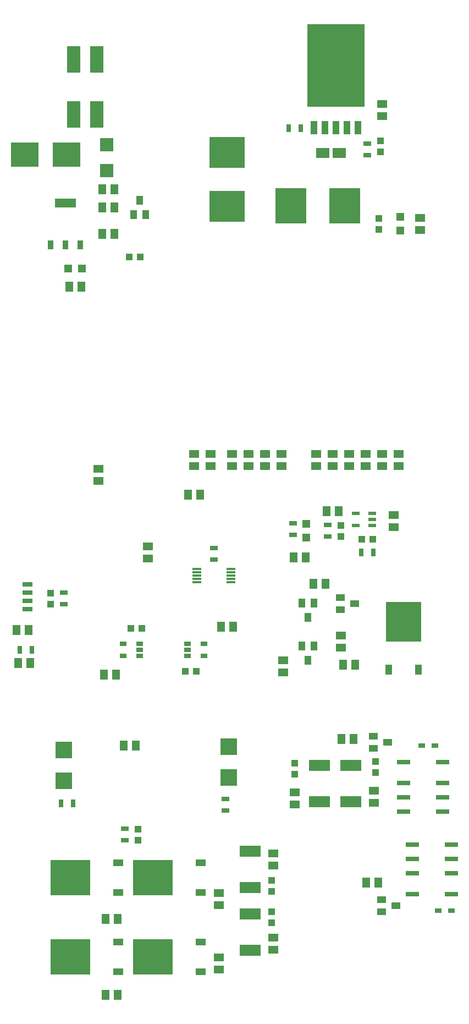
<source format=gbr>
G04 EAGLE Gerber RS-274X export*
G75*
%MOMM*%
%FSLAX34Y34*%
%LPD*%
%INSolderpaste Top*%
%IPPOS*%
%AMOC8*
5,1,8,0,0,1.08239X$1,22.5*%
G01*
%ADD10R,8.890000X12.700000*%
%ADD11R,1.066800X2.159000*%
%ADD12R,4.761800X5.511800*%
%ADD13R,2.015300X1.571800*%
%ADD14R,1.500000X1.300000*%
%ADD15R,1.200000X0.800000*%
%ADD16R,0.800000X1.200000*%
%ADD17R,1.000000X1.100000*%
%ADD18R,1.100000X1.000000*%
%ADD19R,1.200000X0.550000*%
%ADD20R,1.300000X1.500000*%
%ADD21R,1.200000X1.200000*%
%ADD22R,4.241800X3.810000*%
%ADD23R,1.600200X0.711200*%
%ADD24R,1.400000X1.000000*%
%ADD25R,1.000000X1.400000*%
%ADD26R,5.400000X6.200000*%
%ADD27R,1.000000X1.600000*%
%ADD28R,6.200000X5.400000*%
%ADD29R,1.600000X1.000000*%
%ADD30R,0.990000X0.690000*%
%ADD31R,2.540000X2.540000*%
%ADD32R,3.200000X1.800000*%
%ADD33R,2.000000X2.000000*%
%ADD34R,0.950000X1.320000*%
%ADD35R,3.250000X1.320000*%
%ADD36R,2.111800X4.111800*%
%ADD37R,5.511800X4.761800*%
%ADD38R,2.032000X0.711200*%
%ADD39R,1.000000X0.800000*%
%ADD40R,1.419200X0.371800*%


D10*
X568960Y1468120D03*
D11*
X534924Y1372108D03*
X551942Y1372108D03*
X568960Y1372108D03*
X585978Y1372108D03*
X602996Y1372108D03*
D12*
X499270Y1252220D03*
X582770Y1252220D03*
D13*
X548340Y1333500D03*
X574340Y1333500D03*
D14*
X640080Y1409040D03*
X640080Y1390040D03*
D15*
X617220Y1329580D03*
X617220Y1347580D03*
D16*
X514460Y1371600D03*
X496460Y1371600D03*
D17*
X637540Y1335160D03*
X637540Y1352160D03*
X635000Y1232780D03*
X635000Y1215780D03*
D18*
X250580Y1173480D03*
X267580Y1173480D03*
D19*
X625140Y760120D03*
X625140Y769620D03*
X625140Y779120D03*
X599140Y779120D03*
X599140Y760120D03*
D15*
X556260Y760840D03*
X556260Y742840D03*
D17*
X576580Y760340D03*
X576580Y743340D03*
D20*
X573380Y782320D03*
X554380Y782320D03*
D16*
X626220Y718820D03*
X608220Y718820D03*
D18*
X625720Y739140D03*
X608720Y739140D03*
D14*
X657860Y757580D03*
X657860Y776580D03*
D15*
X502920Y745380D03*
X502920Y763380D03*
D20*
X341020Y807720D03*
X360020Y807720D03*
D14*
X614680Y870560D03*
X614680Y851560D03*
X589280Y870560D03*
X589280Y851560D03*
D21*
X178140Y1155700D03*
X157140Y1155700D03*
X668020Y1234780D03*
X668020Y1213780D03*
X523240Y741340D03*
X523240Y762340D03*
D20*
X158140Y1127760D03*
X177140Y1127760D03*
D14*
X698500Y1214780D03*
X698500Y1233780D03*
D20*
X503580Y711200D03*
X522580Y711200D03*
D22*
X90170Y1330960D03*
X153924Y1330960D03*
D14*
X459740Y851560D03*
X459740Y870560D03*
X485140Y870560D03*
X485140Y851560D03*
X434340Y851560D03*
X434340Y870560D03*
X408940Y870560D03*
X408940Y851560D03*
X640080Y870560D03*
X640080Y851560D03*
X350520Y870560D03*
X350520Y851560D03*
X563880Y870560D03*
X563880Y851560D03*
X538480Y851560D03*
X538480Y870560D03*
X375920Y851560D03*
X375920Y870560D03*
X665480Y851560D03*
X665480Y870560D03*
X203200Y828700D03*
X203200Y847700D03*
D23*
X93980Y631190D03*
X93980Y643890D03*
X93980Y656590D03*
X93980Y669290D03*
D20*
X76860Y599440D03*
X95860Y599440D03*
D17*
X129540Y639200D03*
X129540Y656200D03*
D15*
X149860Y638700D03*
X149860Y656700D03*
D16*
X82440Y568960D03*
X100440Y568960D03*
D20*
X79400Y548640D03*
X98400Y548640D03*
D24*
X597740Y640080D03*
X575740Y630580D03*
X575740Y649580D03*
D25*
X525780Y552880D03*
X516280Y574880D03*
X535280Y574880D03*
D26*
X673100Y611740D03*
D27*
X650300Y538740D03*
X695900Y538740D03*
D14*
X487680Y553060D03*
X487680Y534060D03*
D20*
X598780Y546100D03*
X579780Y546100D03*
D14*
X576580Y591160D03*
X576580Y572160D03*
D20*
X534060Y670560D03*
X553060Y670560D03*
D25*
X535280Y640920D03*
X525780Y618920D03*
X516280Y640920D03*
D28*
X160420Y218440D03*
D29*
X233420Y195640D03*
X233420Y241240D03*
D28*
X287420Y218440D03*
D29*
X360420Y195640D03*
X360420Y241240D03*
D28*
X160420Y96520D03*
D29*
X233420Y73720D03*
X233420Y119320D03*
D28*
X287420Y96520D03*
D29*
X360420Y73720D03*
X360420Y119320D03*
D30*
X340160Y578460D03*
X340160Y568960D03*
X340160Y559460D03*
X366060Y559460D03*
X366060Y578460D03*
X266900Y559460D03*
X266900Y568960D03*
X266900Y578460D03*
X241000Y578460D03*
X241000Y559460D03*
D15*
X398780Y321200D03*
X398780Y339200D03*
D16*
X145940Y332740D03*
X163940Y332740D03*
D17*
X264160Y292980D03*
X264160Y275980D03*
D20*
X241960Y421640D03*
X260960Y421640D03*
D31*
X403860Y419735D03*
X403860Y372745D03*
X149860Y367665D03*
X149860Y414655D03*
D14*
X472440Y236880D03*
X472440Y255880D03*
D17*
X469900Y214240D03*
X469900Y197240D03*
D32*
X436880Y203140D03*
X436880Y259140D03*
X436880Y162620D03*
X436880Y106620D03*
D14*
X472440Y107340D03*
X472440Y126340D03*
D17*
X469900Y148980D03*
X469900Y165980D03*
D33*
X215900Y1305880D03*
X215900Y1345880D03*
D34*
X129400Y1191880D03*
X152400Y1191880D03*
X175400Y1191880D03*
D35*
X152400Y1256680D03*
D20*
X208940Y1209040D03*
X227940Y1209040D03*
D25*
X266700Y1260680D03*
X276200Y1238680D03*
X257200Y1238680D03*
D20*
X227940Y1277620D03*
X208940Y1277620D03*
X208940Y1249680D03*
X227940Y1249680D03*
D36*
X165380Y1477600D03*
X165380Y1392600D03*
X200380Y1392600D03*
X200380Y1477600D03*
D37*
X401320Y1251110D03*
X401320Y1334610D03*
D18*
X253120Y601980D03*
X270120Y601980D03*
X336940Y535940D03*
X353940Y535940D03*
D14*
X627380Y352400D03*
X627380Y333400D03*
D17*
X629920Y380120D03*
X629920Y397120D03*
D32*
X591820Y391220D03*
X591820Y335220D03*
X543560Y391220D03*
X543560Y335220D03*
D14*
X505460Y330860D03*
X505460Y349860D03*
D17*
X505460Y377580D03*
X505460Y394580D03*
D38*
X746760Y193040D03*
X746760Y225040D03*
X746760Y247040D03*
X746760Y269040D03*
X686760Y269040D03*
X686760Y247040D03*
X686760Y225040D03*
X686760Y193040D03*
X673100Y396240D03*
X673100Y364240D03*
X673100Y342240D03*
X673100Y320240D03*
X733100Y320240D03*
X733100Y342240D03*
X733100Y364240D03*
X733100Y396240D03*
D24*
X661240Y175260D03*
X639240Y165760D03*
X639240Y184760D03*
D20*
X615340Y210820D03*
X634340Y210820D03*
D24*
X648540Y426720D03*
X626540Y417220D03*
X626540Y436220D03*
D20*
X577240Y431800D03*
X596240Y431800D03*
D39*
X726600Y167640D03*
X746600Y167640D03*
X721200Y421640D03*
X701200Y421640D03*
D40*
X354787Y693260D03*
X354787Y688260D03*
X354787Y683260D03*
X354787Y678260D03*
X354787Y673260D03*
X407213Y673260D03*
X407213Y678260D03*
X407213Y683260D03*
X407213Y688260D03*
X407213Y693260D03*
D14*
X279400Y709320D03*
X279400Y728320D03*
D15*
X381000Y725280D03*
X381000Y707280D03*
X243840Y293480D03*
X243840Y275480D03*
D20*
X214020Y154940D03*
X233020Y154940D03*
X233020Y38100D03*
X214020Y38100D03*
D14*
X388620Y175920D03*
X388620Y194920D03*
X388620Y76860D03*
X388620Y95860D03*
D20*
X410820Y604520D03*
X391820Y604520D03*
X211480Y530860D03*
X230480Y530860D03*
M02*

</source>
